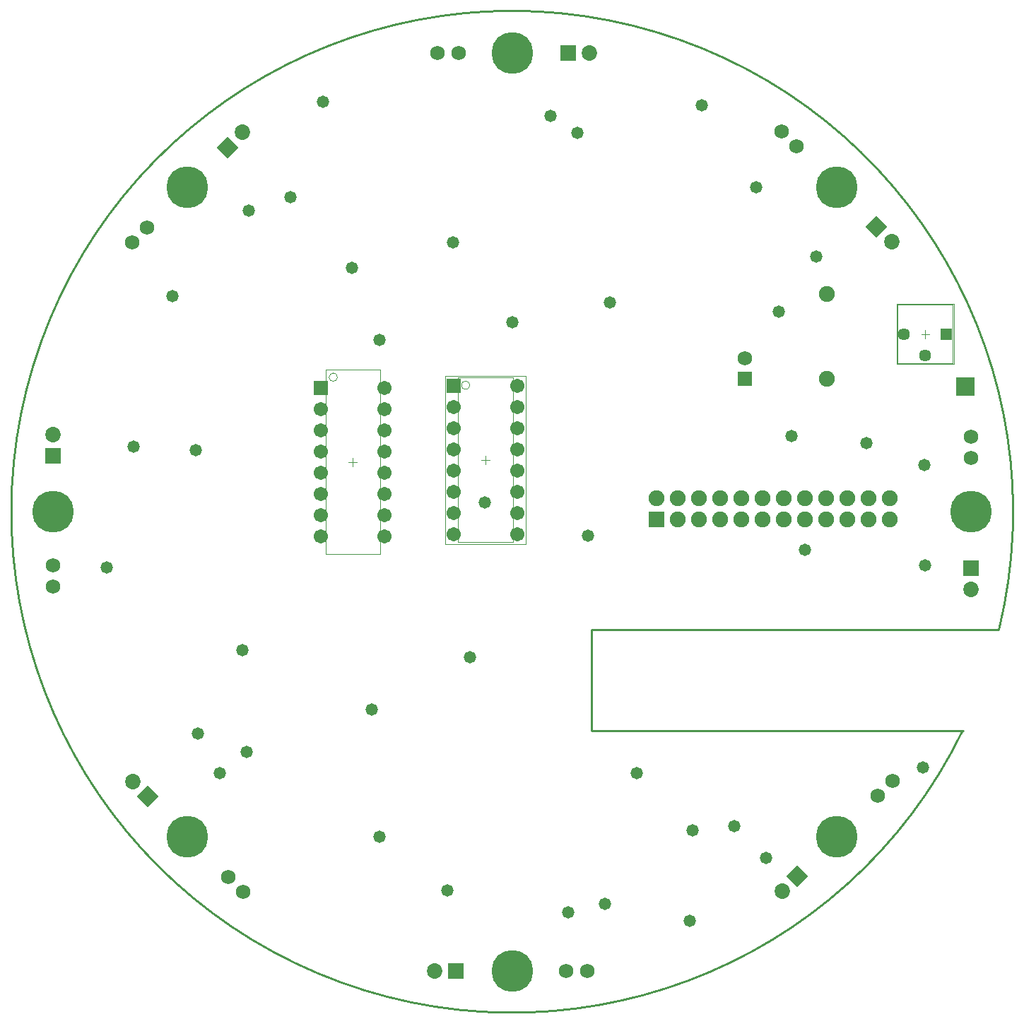
<source format=gbs>
G04*
G04 #@! TF.GenerationSoftware,Altium Limited,CircuitMaker,2.2.1 (6)*
G04*
G04 Layer_Color=8150272*
%FSLAX44Y44*%
%MOMM*%
G71*
G04*
G04 #@! TF.SameCoordinates,C6CF6D27-CB2A-4CAF-B18B-BA4932DD29FA*
G04*
G04*
G04 #@! TF.FilePolarity,Negative*
G04*
G01*
G75*
%ADD10C,0.2540*%
%ADD12C,0.0500*%
%ADD18C,0.1000*%
%ADD19C,1.9032*%
%ADD20C,1.7272*%
%ADD21P,2.6222X4X360.0*%
%ADD22C,1.8542*%
%ADD23R,1.8542X1.8542*%
%ADD24P,2.6222X4X90.0*%
%ADD25R,1.7272X1.7272*%
%ADD26R,1.8542X1.8542*%
%ADD27R,1.7032X1.7032*%
%ADD28C,1.7032*%
%ADD29R,2.2032X2.2032*%
%ADD30R,1.4532X1.4532*%
%ADD31C,1.4532*%
%ADD32R,1.9032X1.9032*%
%ADD33C,5.0032*%
%ADD34C,1.4732*%
D10*
X1183186Y458955D02*
G03*
X1139604Y337651I-583186J141045D01*
G01*
X695000Y459000D02*
X1183000D01*
X695000Y338000D02*
Y459000D01*
Y338000D02*
X1140000D01*
D12*
X519600Y561100D02*
X616600D01*
X519600Y763100D02*
X616600D01*
Y561100D02*
Y763100D01*
X519600Y561100D02*
Y763100D01*
X1061000Y777050D02*
X1129000D01*
X1061000Y848950D02*
X1129000D01*
Y777050D02*
Y848950D01*
X1061000Y777050D02*
Y848950D01*
D18*
X390600Y761200D02*
G03*
X390600Y761200I-5000J0D01*
G01*
X549100Y751600D02*
G03*
X549100Y751600I-5000J0D01*
G01*
X376600Y549200D02*
Y770200D01*
X441600Y549200D02*
Y770200D01*
X376600D02*
X441600D01*
X376600Y549200D02*
X441600D01*
X535100Y563600D02*
X601100D01*
X535100Y760600D02*
X601100D01*
Y563600D02*
Y760600D01*
X535100Y563600D02*
Y760600D01*
X1062000Y778050D02*
Y847950D01*
X1128000Y778050D02*
Y847950D01*
X1062000D02*
X1128000D01*
X1062000Y778050D02*
X1128000D01*
X878998Y776581D02*
X879261D01*
X404100Y659700D02*
X414100D01*
X409100Y654700D02*
Y664700D01*
X568100Y657100D02*
Y667100D01*
X563100Y662100D02*
X573100D01*
X1090000Y813000D02*
X1100000D01*
X1095000Y808000D02*
Y818000D01*
D19*
X977000Y860600D02*
D03*
Y759000D02*
D03*
X900000Y616400D02*
D03*
Y591000D02*
D03*
X874600Y616400D02*
D03*
Y591000D02*
D03*
X849200Y616400D02*
D03*
Y591000D02*
D03*
X823800Y616400D02*
D03*
Y591000D02*
D03*
X798400Y616400D02*
D03*
Y591000D02*
D03*
X773000Y616400D02*
D03*
X1027000D02*
D03*
Y591000D02*
D03*
X1001600Y616400D02*
D03*
Y591000D02*
D03*
X976200Y616400D02*
D03*
Y591000D02*
D03*
X950800Y616400D02*
D03*
Y591000D02*
D03*
X925400Y616400D02*
D03*
Y591000D02*
D03*
X1052400Y616400D02*
D03*
Y591000D02*
D03*
D20*
X162460Y940461D02*
D03*
X144500Y922500D02*
D03*
X50000Y535400D02*
D03*
Y510000D02*
D03*
X259540Y162460D02*
D03*
X277500Y144500D02*
D03*
X664600Y50000D02*
D03*
X690000D02*
D03*
X1037540Y259540D02*
D03*
X1055500Y277500D02*
D03*
X1150000Y664600D02*
D03*
Y690000D02*
D03*
X940461Y1037540D02*
D03*
X922500Y1055500D02*
D03*
X535400Y1150000D02*
D03*
X510000D02*
D03*
X879000Y784000D02*
D03*
D21*
X1036520Y941480D02*
D03*
X163480Y258520D02*
D03*
D22*
X1054480Y923520D02*
D03*
X692700Y1150000D02*
D03*
X276480Y1054480D02*
D03*
X145520Y276480D02*
D03*
X50000Y692700D02*
D03*
X507300Y50000D02*
D03*
X923520Y145520D02*
D03*
X1150000Y507300D02*
D03*
D23*
X667300Y1150000D02*
D03*
X532700Y50000D02*
D03*
D24*
X258520Y1036520D02*
D03*
X941480Y163480D02*
D03*
D25*
X879000Y759000D02*
D03*
D26*
X50000Y667300D02*
D03*
X1150000Y532700D02*
D03*
D27*
X371000Y748600D02*
D03*
X530000Y751000D02*
D03*
D28*
X371000Y723200D02*
D03*
Y697800D02*
D03*
Y672400D02*
D03*
Y647000D02*
D03*
Y621600D02*
D03*
Y596200D02*
D03*
Y570800D02*
D03*
X447200Y748600D02*
D03*
Y723200D02*
D03*
Y697800D02*
D03*
Y672400D02*
D03*
Y647000D02*
D03*
Y621600D02*
D03*
Y596200D02*
D03*
Y570800D02*
D03*
X606200Y573200D02*
D03*
Y598600D02*
D03*
Y624000D02*
D03*
Y649400D02*
D03*
Y674800D02*
D03*
Y700200D02*
D03*
Y725600D02*
D03*
Y751000D02*
D03*
X530000Y573200D02*
D03*
Y598600D02*
D03*
Y624000D02*
D03*
Y649400D02*
D03*
Y674800D02*
D03*
Y700200D02*
D03*
Y725600D02*
D03*
D29*
X1143000Y750000D02*
D03*
D30*
X1120400Y812650D02*
D03*
D31*
X1095000Y787250D02*
D03*
X1069600Y812650D02*
D03*
D32*
X773000Y591000D02*
D03*
D33*
X1150000Y600000D02*
D03*
X989000Y211000D02*
D03*
X600000Y50000D02*
D03*
X50000Y600000D02*
D03*
X211000Y211000D02*
D03*
X989000Y989000D02*
D03*
X211000D02*
D03*
X600000Y1150000D02*
D03*
D34*
X919000Y840000D02*
D03*
X600000Y827000D02*
D03*
X441000Y806000D02*
D03*
X432000Y363000D02*
D03*
X1092000Y294000D02*
D03*
X749000Y287000D02*
D03*
X711000Y130000D02*
D03*
X813000Y110000D02*
D03*
X441000Y211000D02*
D03*
X277000Y434000D02*
D03*
X549000Y426000D02*
D03*
X690539Y571139D02*
D03*
X1095000Y536000D02*
D03*
X1024000Y682000D02*
D03*
X935000Y691000D02*
D03*
X221000Y674000D02*
D03*
X193000Y858000D02*
D03*
X373000Y1091000D02*
D03*
X408000Y892000D02*
D03*
X827000Y1087000D02*
D03*
X717000Y851000D02*
D03*
X567000Y611000D02*
D03*
X529000Y923000D02*
D03*
X950800Y554200D02*
D03*
X964000Y906000D02*
D03*
X282000Y312000D02*
D03*
X904000Y185000D02*
D03*
X284000Y961000D02*
D03*
X1094000Y656000D02*
D03*
X892000Y989000D02*
D03*
X646000Y1074000D02*
D03*
X114000Y533000D02*
D03*
X250000Y287000D02*
D03*
X816000Y218000D02*
D03*
X667000Y120000D02*
D03*
X866000Y223000D02*
D03*
X223000Y334000D02*
D03*
X334000Y977000D02*
D03*
X522000Y146000D02*
D03*
X146000Y678000D02*
D03*
X678000Y1054000D02*
D03*
M02*

</source>
